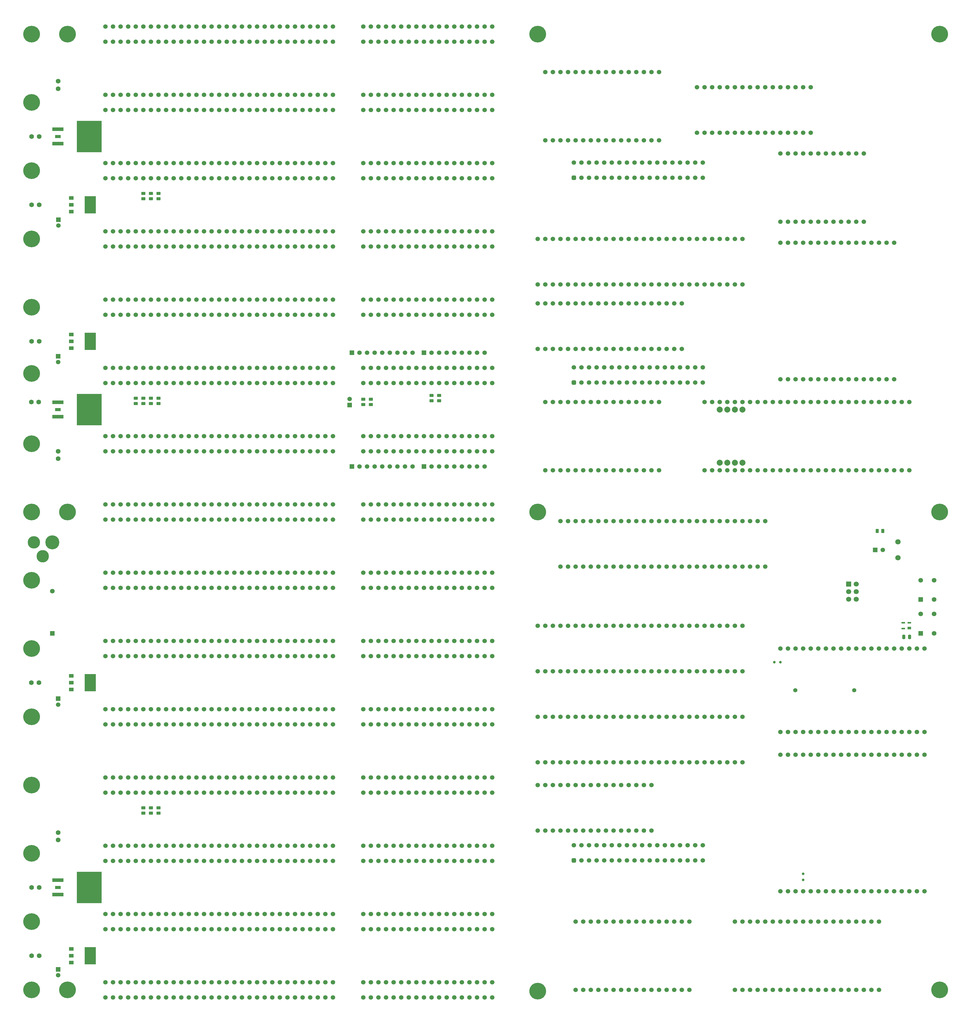
<source format=gts>
%TF.GenerationSoftware,KiCad,Pcbnew,9.0.7-9.0.7~ubuntu24.04.1*%
%TF.CreationDate,2026-02-19T16:49:36+02:00*%
%TF.ProjectId,Mainboard Full,4d61696e-626f-4617-9264-2046756c6c2e,V0*%
%TF.SameCoordinates,Original*%
%TF.FileFunction,Soldermask,Top*%
%TF.FilePolarity,Negative*%
%FSLAX46Y46*%
G04 Gerber Fmt 4.6, Leading zero omitted, Abs format (unit mm)*
G04 Created by KiCad (PCBNEW 9.0.7-9.0.7~ubuntu24.04.1) date 2026-02-19 16:49:36*
%MOMM*%
%LPD*%
G01*
G04 APERTURE LIST*
G04 Aperture macros list*
%AMRoundRect*
0 Rectangle with rounded corners*
0 $1 Rounding radius*
0 $2 $3 $4 $5 $6 $7 $8 $9 X,Y pos of 4 corners*
0 Add a 4 corners polygon primitive as box body*
4,1,4,$2,$3,$4,$5,$6,$7,$8,$9,$2,$3,0*
0 Add four circle primitives for the rounded corners*
1,1,$1+$1,$2,$3*
1,1,$1+$1,$4,$5*
1,1,$1+$1,$6,$7*
1,1,$1+$1,$8,$9*
0 Add four rect primitives between the rounded corners*
20,1,$1+$1,$2,$3,$4,$5,0*
20,1,$1+$1,$4,$5,$6,$7,0*
20,1,$1+$1,$6,$7,$8,$9,0*
20,1,$1+$1,$8,$9,$2,$3,0*%
G04 Aperture macros list end*
%ADD10R,1.500000X1.500000*%
%ADD11C,1.500000*%
%ADD12R,1.500000X1.200000*%
%ADD13R,3.810000X5.842000*%
%ADD14RoundRect,0.250000X0.450000X-0.262500X0.450000X0.262500X-0.450000X0.262500X-0.450000X-0.262500X0*%
%ADD15C,5.600000*%
%ADD16RoundRect,0.375000X0.375000X0.375000X-0.375000X0.375000X-0.375000X-0.375000X0.375000X-0.375000X0*%
%ADD17RoundRect,0.250000X0.250000X0.475000X-0.250000X0.475000X-0.250000X-0.475000X0.250000X-0.475000X0*%
%ADD18RoundRect,0.250000X0.262500X0.450000X-0.262500X0.450000X-0.262500X-0.450000X0.262500X-0.450000X0*%
%ADD19R,1.575000X1.575000*%
%ADD20C,1.575000*%
%ADD21C,4.700000*%
%ADD22C,4.150000*%
%ADD23C,1.600000*%
%ADD24C,0.900000*%
%ADD25R,3.750000X1.287000*%
%ADD26R,1.890000X1.033000*%
%ADD27R,8.300000X10.500000*%
%ADD28C,2.000000*%
%ADD29R,1.310000X0.940000*%
%ADD30R,1.310000X0.550000*%
%ADD31C,1.400000*%
%ADD32C,1.800000*%
%ADD33R,1.700000X1.700000*%
%ADD34C,1.700000*%
G04 APERTURE END LIST*
D10*
%TO.C,C1*%
X81788000Y-126746000D03*
D11*
X81788000Y-124746000D03*
%TD*%
D12*
%TO.C,IC6*%
X-11455000Y-57390000D03*
X-11455000Y-59690000D03*
X-11455000Y-61990000D03*
D13*
X-5080000Y-59690000D03*
%TD*%
D14*
%TO.C,R6*%
X17780000Y-126285000D03*
X17780000Y-124460000D03*
%TD*%
D15*
%TO.C,H21*%
X144780000Y-322997100D03*
%TD*%
%TO.C,H6*%
X-24765000Y-139700000D03*
%TD*%
D11*
%TO.C,MPU1 DEV17*%
X0Y-22860000D03*
X2540000Y-22860000D03*
X5080000Y-22860000D03*
X7620000Y-22860000D03*
X10160000Y-22860000D03*
X12700000Y-22860000D03*
X15240000Y-22860000D03*
X17780000Y-22860000D03*
X20320000Y-22860000D03*
X22860000Y-22860000D03*
X25400000Y-22860000D03*
X27940000Y-22860000D03*
X30480000Y-22860000D03*
X33020000Y-22860000D03*
X35560000Y-22860000D03*
X38100000Y-22860000D03*
X40640000Y-22860000D03*
X43180000Y-22860000D03*
X45720000Y-22860000D03*
X48260000Y-22860000D03*
X50800000Y-22860000D03*
X53340000Y-22860000D03*
X55880000Y-22860000D03*
X58420000Y-22860000D03*
X60960000Y-22860000D03*
X63500000Y-22860000D03*
X66040000Y-22860000D03*
X68580000Y-22860000D03*
X71120000Y-22860000D03*
X73660000Y-22860000D03*
X76200000Y-22860000D03*
X0Y-27940000D03*
X2540000Y-27940000D03*
X5080000Y-27940000D03*
X7620000Y-27940000D03*
X10160000Y-27940000D03*
X12700000Y-27940000D03*
X15240000Y-27940000D03*
X17780000Y-27940000D03*
X20320000Y-27940000D03*
X22860000Y-27940000D03*
X25400000Y-27940000D03*
X27940000Y-27940000D03*
X30480000Y-27940000D03*
X33020000Y-27940000D03*
X35560000Y-27940000D03*
X38100000Y-27940000D03*
X40640000Y-27940000D03*
X43180000Y-27940000D03*
X45720000Y-27940000D03*
X48260000Y-27940000D03*
X50800000Y-27940000D03*
X53340000Y-27940000D03*
X55880000Y-27940000D03*
X58420000Y-27940000D03*
X60960000Y-27940000D03*
X63500000Y-27940000D03*
X66040000Y-27940000D03*
X68580000Y-27940000D03*
X71120000Y-27940000D03*
X73660000Y-27940000D03*
X76200000Y-27940000D03*
X86360000Y-22860000D03*
X88900000Y-22860000D03*
X91440000Y-22860000D03*
X93980000Y-22860000D03*
X96520000Y-22860000D03*
X99060000Y-22860000D03*
X101600000Y-22860000D03*
X104140000Y-22860000D03*
X106680000Y-22860000D03*
X109220000Y-22860000D03*
X111760000Y-22860000D03*
X114300000Y-22860000D03*
X116840000Y-22860000D03*
X119380000Y-22860000D03*
X121920000Y-22860000D03*
X124460000Y-22860000D03*
X127000000Y-22860000D03*
X129540000Y-22860000D03*
X86360000Y-27940000D03*
X88900000Y-27940000D03*
X91440000Y-27940000D03*
X93980000Y-27940000D03*
X96520000Y-27940000D03*
X99060000Y-27940000D03*
X101600000Y-27940000D03*
X104140000Y-27940000D03*
X106680000Y-27940000D03*
X109220000Y-27940000D03*
X111760000Y-27940000D03*
X114300000Y-27940000D03*
X116840000Y-27940000D03*
X119380000Y-27940000D03*
X121920000Y-27940000D03*
X124460000Y-27940000D03*
X127000000Y-27940000D03*
X129540000Y-27940000D03*
%TD*%
D15*
%TO.C,H20*%
X279400000Y-162560000D03*
%TD*%
%TO.C,H16*%
X-24765000Y-299720000D03*
%TD*%
D16*
%TO.C,MPD0*%
X156845000Y-119253000D03*
D11*
X156845000Y-114173000D03*
X159385000Y-119253000D03*
X159385000Y-114173000D03*
X161925000Y-119253000D03*
X161925000Y-114173000D03*
X164465000Y-119253000D03*
X164465000Y-114173000D03*
X167005000Y-119253000D03*
X167005000Y-114173000D03*
X169545000Y-119253000D03*
X169545000Y-114173000D03*
X172085000Y-119253000D03*
X172085000Y-114173000D03*
X174625000Y-119253000D03*
X174625000Y-114173000D03*
X177165000Y-119253000D03*
X177165000Y-114173000D03*
X179705000Y-119253000D03*
X179705000Y-114173000D03*
X182245000Y-119253000D03*
X182245000Y-114173000D03*
X184785000Y-119253000D03*
X184785000Y-114173000D03*
X187325000Y-119253000D03*
X187325000Y-114173000D03*
X189865000Y-119253000D03*
X189865000Y-114173000D03*
X192405000Y-119253000D03*
X192405000Y-114173000D03*
X194945000Y-119253000D03*
X194945000Y-114173000D03*
X197485000Y-119253000D03*
X197485000Y-114173000D03*
X200025000Y-119253000D03*
X200025000Y-114173000D03*
%TD*%
D15*
%TO.C,H18*%
X144780000Y-162560000D03*
%TD*%
D11*
%TO.C,MPU1 DEV16*%
X0Y0D03*
X2540000Y0D03*
X5080000Y0D03*
X7620000Y0D03*
X10160000Y0D03*
X12700000Y0D03*
X15240000Y0D03*
X17780000Y0D03*
X20320000Y0D03*
X22860000Y0D03*
X25400000Y0D03*
X27940000Y0D03*
X30480000Y0D03*
X33020000Y0D03*
X35560000Y0D03*
X38100000Y0D03*
X40640000Y0D03*
X43180000Y0D03*
X45720000Y0D03*
X48260000Y0D03*
X50800000Y0D03*
X53340000Y0D03*
X55880000Y0D03*
X58420000Y0D03*
X60960000Y0D03*
X63500000Y0D03*
X66040000Y0D03*
X68580000Y0D03*
X71120000Y0D03*
X73660000Y0D03*
X76200000Y0D03*
X0Y-5080000D03*
X2540000Y-5080000D03*
X5080000Y-5080000D03*
X7620000Y-5080000D03*
X10160000Y-5080000D03*
X12700000Y-5080000D03*
X15240000Y-5080000D03*
X17780000Y-5080000D03*
X20320000Y-5080000D03*
X22860000Y-5080000D03*
X25400000Y-5080000D03*
X27940000Y-5080000D03*
X30480000Y-5080000D03*
X33020000Y-5080000D03*
X35560000Y-5080000D03*
X38100000Y-5080000D03*
X40640000Y-5080000D03*
X43180000Y-5080000D03*
X45720000Y-5080000D03*
X48260000Y-5080000D03*
X50800000Y-5080000D03*
X53340000Y-5080000D03*
X55880000Y-5080000D03*
X58420000Y-5080000D03*
X60960000Y-5080000D03*
X63500000Y-5080000D03*
X66040000Y-5080000D03*
X68580000Y-5080000D03*
X71120000Y-5080000D03*
X73660000Y-5080000D03*
X76200000Y-5080000D03*
X86360000Y0D03*
X88900000Y0D03*
X91440000Y0D03*
X93980000Y0D03*
X96520000Y0D03*
X99060000Y0D03*
X101600000Y0D03*
X104140000Y0D03*
X106680000Y0D03*
X109220000Y0D03*
X111760000Y0D03*
X114300000Y0D03*
X116840000Y0D03*
X119380000Y0D03*
X121920000Y0D03*
X124460000Y0D03*
X127000000Y0D03*
X129540000Y0D03*
X86360000Y-5080000D03*
X88900000Y-5080000D03*
X91440000Y-5080000D03*
X93980000Y-5080000D03*
X96520000Y-5080000D03*
X99060000Y-5080000D03*
X101600000Y-5080000D03*
X104140000Y-5080000D03*
X106680000Y-5080000D03*
X109220000Y-5080000D03*
X111760000Y-5080000D03*
X114300000Y-5080000D03*
X116840000Y-5080000D03*
X119380000Y-5080000D03*
X121920000Y-5080000D03*
X124460000Y-5080000D03*
X127000000Y-5080000D03*
X129540000Y-5080000D03*
%TD*%
%TO.C,B14*%
X198120000Y-35560000D03*
X200660000Y-35560000D03*
X203200000Y-35560000D03*
X205740000Y-35560000D03*
X208280000Y-35560000D03*
X210820000Y-35560000D03*
X213360000Y-35560000D03*
X215900000Y-35560000D03*
X218440000Y-35560000D03*
X220980000Y-35560000D03*
X223520000Y-35560000D03*
X226060000Y-35560000D03*
X228600000Y-35560000D03*
X231140000Y-35560000D03*
X233680000Y-35560000D03*
X236220000Y-35560000D03*
X236220000Y-20320000D03*
X233680000Y-20320000D03*
X231140000Y-20320000D03*
X228600000Y-20320000D03*
X226060000Y-20320000D03*
X223520000Y-20320000D03*
X220980000Y-20320000D03*
X218440000Y-20320000D03*
X215900000Y-20320000D03*
X213360000Y-20320000D03*
X210820000Y-20320000D03*
X208280000Y-20320000D03*
X205740000Y-20320000D03*
X203200000Y-20320000D03*
X200660000Y-20320000D03*
X198120000Y-20320000D03*
%TD*%
D17*
%TO.C,C16*%
X269295500Y-204395000D03*
X267395500Y-204395000D03*
%TD*%
D11*
%TO.C,MPU2 DEV16*%
X0Y-297180000D03*
X2540000Y-297180000D03*
X5080000Y-297180000D03*
X7620000Y-297180000D03*
X10160000Y-297180000D03*
X12700000Y-297180000D03*
X15240000Y-297180000D03*
X17780000Y-297180000D03*
X20320000Y-297180000D03*
X22860000Y-297180000D03*
X25400000Y-297180000D03*
X27940000Y-297180000D03*
X30480000Y-297180000D03*
X33020000Y-297180000D03*
X35560000Y-297180000D03*
X38100000Y-297180000D03*
X40640000Y-297180000D03*
X43180000Y-297180000D03*
X45720000Y-297180000D03*
X48260000Y-297180000D03*
X50800000Y-297180000D03*
X53340000Y-297180000D03*
X55880000Y-297180000D03*
X58420000Y-297180000D03*
X60960000Y-297180000D03*
X63500000Y-297180000D03*
X66040000Y-297180000D03*
X68580000Y-297180000D03*
X71120000Y-297180000D03*
X73660000Y-297180000D03*
X76200000Y-297180000D03*
X0Y-302260000D03*
X2540000Y-302260000D03*
X5080000Y-302260000D03*
X7620000Y-302260000D03*
X10160000Y-302260000D03*
X12700000Y-302260000D03*
X15240000Y-302260000D03*
X17780000Y-302260000D03*
X20320000Y-302260000D03*
X22860000Y-302260000D03*
X25400000Y-302260000D03*
X27940000Y-302260000D03*
X30480000Y-302260000D03*
X33020000Y-302260000D03*
X35560000Y-302260000D03*
X38100000Y-302260000D03*
X40640000Y-302260000D03*
X43180000Y-302260000D03*
X45720000Y-302260000D03*
X48260000Y-302260000D03*
X50800000Y-302260000D03*
X53340000Y-302260000D03*
X55880000Y-302260000D03*
X58420000Y-302260000D03*
X60960000Y-302260000D03*
X63500000Y-302260000D03*
X66040000Y-302260000D03*
X68580000Y-302260000D03*
X71120000Y-302260000D03*
X73660000Y-302260000D03*
X76200000Y-302260000D03*
X86360000Y-297180000D03*
X88900000Y-297180000D03*
X91440000Y-297180000D03*
X93980000Y-297180000D03*
X96520000Y-297180000D03*
X99060000Y-297180000D03*
X101600000Y-297180000D03*
X104140000Y-297180000D03*
X106680000Y-297180000D03*
X109220000Y-297180000D03*
X111760000Y-297180000D03*
X114300000Y-297180000D03*
X116840000Y-297180000D03*
X119380000Y-297180000D03*
X121920000Y-297180000D03*
X124460000Y-297180000D03*
X127000000Y-297180000D03*
X129540000Y-297180000D03*
X86360000Y-302260000D03*
X88900000Y-302260000D03*
X91440000Y-302260000D03*
X93980000Y-302260000D03*
X96520000Y-302260000D03*
X99060000Y-302260000D03*
X101600000Y-302260000D03*
X104140000Y-302260000D03*
X106680000Y-302260000D03*
X109220000Y-302260000D03*
X111760000Y-302260000D03*
X114300000Y-302260000D03*
X116840000Y-302260000D03*
X119380000Y-302260000D03*
X121920000Y-302260000D03*
X124460000Y-302260000D03*
X127000000Y-302260000D03*
X129540000Y-302260000D03*
%TD*%
D18*
%TO.C,R21*%
X260304000Y-168910000D03*
X258479000Y-168910000D03*
%TD*%
D15*
%TO.C,H15*%
X-24765000Y-231140000D03*
%TD*%
%TO.C,H17*%
X-24765000Y-185420000D03*
%TD*%
D19*
%TO.C,D1*%
X-17780000Y-203200000D03*
D20*
X-17780000Y-189099999D03*
%TD*%
D14*
%TO.C,R19*%
X15240000Y-263445000D03*
X15240000Y-261620000D03*
%TD*%
D12*
%TO.C,IC10*%
X-11455000Y-308850000D03*
X-11455000Y-311150000D03*
X-11455000Y-313450000D03*
D13*
X-5080000Y-311150000D03*
%TD*%
D11*
%TO.C,MPU0 DEV18*%
X0Y-182880000D03*
X2540000Y-182880000D03*
X5080000Y-182880000D03*
X7620000Y-182880000D03*
X10160000Y-182880000D03*
X12700000Y-182880000D03*
X15240000Y-182880000D03*
X17780000Y-182880000D03*
X20320000Y-182880000D03*
X22860000Y-182880000D03*
X25400000Y-182880000D03*
X27940000Y-182880000D03*
X30480000Y-182880000D03*
X33020000Y-182880000D03*
X35560000Y-182880000D03*
X38100000Y-182880000D03*
X40640000Y-182880000D03*
X43180000Y-182880000D03*
X45720000Y-182880000D03*
X48260000Y-182880000D03*
X50800000Y-182880000D03*
X53340000Y-182880000D03*
X55880000Y-182880000D03*
X58420000Y-182880000D03*
X60960000Y-182880000D03*
X63500000Y-182880000D03*
X66040000Y-182880000D03*
X68580000Y-182880000D03*
X71120000Y-182880000D03*
X73660000Y-182880000D03*
X76200000Y-182880000D03*
X0Y-187960000D03*
X2540000Y-187960000D03*
X5080000Y-187960000D03*
X7620000Y-187960000D03*
X10160000Y-187960000D03*
X12700000Y-187960000D03*
X15240000Y-187960000D03*
X17780000Y-187960000D03*
X20320000Y-187960000D03*
X22860000Y-187960000D03*
X25400000Y-187960000D03*
X27940000Y-187960000D03*
X30480000Y-187960000D03*
X33020000Y-187960000D03*
X35560000Y-187960000D03*
X38100000Y-187960000D03*
X40640000Y-187960000D03*
X43180000Y-187960000D03*
X45720000Y-187960000D03*
X48260000Y-187960000D03*
X50800000Y-187960000D03*
X53340000Y-187960000D03*
X55880000Y-187960000D03*
X58420000Y-187960000D03*
X60960000Y-187960000D03*
X63500000Y-187960000D03*
X66040000Y-187960000D03*
X68580000Y-187960000D03*
X71120000Y-187960000D03*
X73660000Y-187960000D03*
X76200000Y-187960000D03*
X86360000Y-182880000D03*
X88900000Y-182880000D03*
X91440000Y-182880000D03*
X93980000Y-182880000D03*
X96520000Y-182880000D03*
X99060000Y-182880000D03*
X101600000Y-182880000D03*
X104140000Y-182880000D03*
X106680000Y-182880000D03*
X109220000Y-182880000D03*
X111760000Y-182880000D03*
X114300000Y-182880000D03*
X116840000Y-182880000D03*
X119380000Y-182880000D03*
X121920000Y-182880000D03*
X124460000Y-182880000D03*
X127000000Y-182880000D03*
X129540000Y-182880000D03*
X86360000Y-187960000D03*
X88900000Y-187960000D03*
X91440000Y-187960000D03*
X93980000Y-187960000D03*
X96520000Y-187960000D03*
X99060000Y-187960000D03*
X101600000Y-187960000D03*
X104140000Y-187960000D03*
X106680000Y-187960000D03*
X109220000Y-187960000D03*
X111760000Y-187960000D03*
X114300000Y-187960000D03*
X116840000Y-187960000D03*
X119380000Y-187960000D03*
X121920000Y-187960000D03*
X124460000Y-187960000D03*
X127000000Y-187960000D03*
X129540000Y-187960000D03*
%TD*%
%TO.C,B11*%
X157480000Y-322580000D03*
X160020000Y-322580000D03*
X162560000Y-322580000D03*
X165100000Y-322580000D03*
X167640000Y-322580000D03*
X170180000Y-322580000D03*
X172720000Y-322580000D03*
X175260000Y-322580000D03*
X177800000Y-322580000D03*
X180340000Y-322580000D03*
X182880000Y-322580000D03*
X185420000Y-322580000D03*
X187960000Y-322580000D03*
X190500000Y-322580000D03*
X193040000Y-322580000D03*
X195580000Y-322580000D03*
X195580000Y-299720000D03*
X193040000Y-299720000D03*
X190500000Y-299720000D03*
X187960000Y-299720000D03*
X185420000Y-299720000D03*
X182880000Y-299720000D03*
X180340000Y-299720000D03*
X177800000Y-299720000D03*
X175260000Y-299720000D03*
X172720000Y-299720000D03*
X170180000Y-299720000D03*
X167640000Y-299720000D03*
X165100000Y-299720000D03*
X162560000Y-299720000D03*
X160020000Y-299720000D03*
X157480000Y-299720000D03*
%TD*%
D14*
%TO.C,R13*%
X12700000Y-57705000D03*
X12700000Y-55880000D03*
%TD*%
D19*
%TO.C,S3*%
X273004000Y-203200000D03*
D20*
X273004000Y-196700000D03*
X277504000Y-203200000D03*
X277504000Y-196700000D03*
%TD*%
D14*
%TO.C,R14*%
X15240000Y-57705000D03*
X15240000Y-55880000D03*
%TD*%
%TO.C,R9*%
X86350000Y-126642500D03*
X86350000Y-124817500D03*
%TD*%
D21*
%TO.C,J3*%
X-17780000Y-172720000D03*
D22*
X-20980000Y-177420000D03*
X-23980000Y-172720000D03*
%TD*%
D11*
%TO.C,B1*%
X144780000Y-86360000D03*
X147320000Y-86360000D03*
X149860000Y-86360000D03*
X152400000Y-86360000D03*
X154940000Y-86360000D03*
X157480000Y-86360000D03*
X160020000Y-86360000D03*
X162560000Y-86360000D03*
X165100000Y-86360000D03*
X167640000Y-86360000D03*
X170180000Y-86360000D03*
X172720000Y-86360000D03*
X175260000Y-86360000D03*
X177800000Y-86360000D03*
X180340000Y-86360000D03*
X182880000Y-86360000D03*
X185420000Y-86360000D03*
X187960000Y-86360000D03*
X190500000Y-86360000D03*
X193040000Y-86360000D03*
X195580000Y-86360000D03*
X198120000Y-86360000D03*
X200660000Y-86360000D03*
X203200000Y-86360000D03*
X205740000Y-86360000D03*
X208280000Y-86360000D03*
X210820000Y-86360000D03*
X213360000Y-86360000D03*
X213360000Y-71120000D03*
X210820000Y-71120000D03*
X208280000Y-71120000D03*
X205740000Y-71120000D03*
X203200000Y-71120000D03*
X200660000Y-71120000D03*
X198120000Y-71120000D03*
X195580000Y-71120000D03*
X193040000Y-71120000D03*
X190500000Y-71120000D03*
X187960000Y-71120000D03*
X185420000Y-71120000D03*
X182880000Y-71120000D03*
X180340000Y-71120000D03*
X177800000Y-71120000D03*
X175260000Y-71120000D03*
X172720000Y-71120000D03*
X170180000Y-71120000D03*
X167640000Y-71120000D03*
X165100000Y-71120000D03*
X162560000Y-71120000D03*
X160020000Y-71120000D03*
X157480000Y-71120000D03*
X154940000Y-71120000D03*
X152400000Y-71120000D03*
X149860000Y-71120000D03*
X147320000Y-71120000D03*
X144780000Y-71120000D03*
%TD*%
D16*
%TO.C,MPD2*%
X156845000Y-279273000D03*
D11*
X156845000Y-274193000D03*
X159385000Y-279273000D03*
X159385000Y-274193000D03*
X161925000Y-279273000D03*
X161925000Y-274193000D03*
X164465000Y-279273000D03*
X164465000Y-274193000D03*
X167005000Y-279273000D03*
X167005000Y-274193000D03*
X169545000Y-279273000D03*
X169545000Y-274193000D03*
X172085000Y-279273000D03*
X172085000Y-274193000D03*
X174625000Y-279273000D03*
X174625000Y-274193000D03*
X177165000Y-279273000D03*
X177165000Y-274193000D03*
X179705000Y-279273000D03*
X179705000Y-274193000D03*
X182245000Y-279273000D03*
X182245000Y-274193000D03*
X184785000Y-279273000D03*
X184785000Y-274193000D03*
X187325000Y-279273000D03*
X187325000Y-274193000D03*
X189865000Y-279273000D03*
X189865000Y-274193000D03*
X192405000Y-279273000D03*
X192405000Y-274193000D03*
X194945000Y-279273000D03*
X194945000Y-274193000D03*
X197485000Y-279273000D03*
X197485000Y-274193000D03*
X200025000Y-279273000D03*
X200025000Y-274193000D03*
%TD*%
%TO.C,B3*%
X144780000Y-246380000D03*
X147320000Y-246380000D03*
X149860000Y-246380000D03*
X152400000Y-246380000D03*
X154940000Y-246380000D03*
X157480000Y-246380000D03*
X160020000Y-246380000D03*
X162560000Y-246380000D03*
X165100000Y-246380000D03*
X167640000Y-246380000D03*
X170180000Y-246380000D03*
X172720000Y-246380000D03*
X175260000Y-246380000D03*
X177800000Y-246380000D03*
X180340000Y-246380000D03*
X182880000Y-246380000D03*
X185420000Y-246380000D03*
X187960000Y-246380000D03*
X190500000Y-246380000D03*
X193040000Y-246380000D03*
X195580000Y-246380000D03*
X198120000Y-246380000D03*
X200660000Y-246380000D03*
X203200000Y-246380000D03*
X205740000Y-246380000D03*
X208280000Y-246380000D03*
X210820000Y-246380000D03*
X213360000Y-246380000D03*
X213360000Y-231140000D03*
X210820000Y-231140000D03*
X208280000Y-231140000D03*
X205740000Y-231140000D03*
X203200000Y-231140000D03*
X200660000Y-231140000D03*
X198120000Y-231140000D03*
X195580000Y-231140000D03*
X193040000Y-231140000D03*
X190500000Y-231140000D03*
X187960000Y-231140000D03*
X185420000Y-231140000D03*
X182880000Y-231140000D03*
X180340000Y-231140000D03*
X177800000Y-231140000D03*
X175260000Y-231140000D03*
X172720000Y-231140000D03*
X170180000Y-231140000D03*
X167640000Y-231140000D03*
X165100000Y-231140000D03*
X162560000Y-231140000D03*
X160020000Y-231140000D03*
X157480000Y-231140000D03*
X154940000Y-231140000D03*
X152400000Y-231140000D03*
X149860000Y-231140000D03*
X147320000Y-231140000D03*
X144780000Y-231140000D03*
%TD*%
D16*
%TO.C,MPD1*%
X156845000Y-50673000D03*
D11*
X156845000Y-45593000D03*
X159385000Y-50673000D03*
X159385000Y-45593000D03*
X161925000Y-50673000D03*
X161925000Y-45593000D03*
X164465000Y-50673000D03*
X164465000Y-45593000D03*
X167005000Y-50673000D03*
X167005000Y-45593000D03*
X169545000Y-50673000D03*
X169545000Y-45593000D03*
X172085000Y-50673000D03*
X172085000Y-45593000D03*
X174625000Y-50673000D03*
X174625000Y-45593000D03*
X177165000Y-50673000D03*
X177165000Y-45593000D03*
X179705000Y-50673000D03*
X179705000Y-45593000D03*
X182245000Y-50673000D03*
X182245000Y-45593000D03*
X184785000Y-50673000D03*
X184785000Y-45593000D03*
X187325000Y-50673000D03*
X187325000Y-45593000D03*
X189865000Y-50673000D03*
X189865000Y-45593000D03*
X192405000Y-50673000D03*
X192405000Y-45593000D03*
X194945000Y-50673000D03*
X194945000Y-45593000D03*
X197485000Y-50673000D03*
X197485000Y-45593000D03*
X200025000Y-50673000D03*
X200025000Y-45593000D03*
%TD*%
D23*
%TO.C,C6*%
X-15875000Y-20828000D03*
X-15875000Y-18328000D03*
%TD*%
D11*
%TO.C,MPU1*%
X0Y-45720000D03*
X2540000Y-45720000D03*
X5080000Y-45720000D03*
X7620000Y-45720000D03*
X10160000Y-45720000D03*
X12700000Y-45720000D03*
X15240000Y-45720000D03*
X17780000Y-45720000D03*
X20320000Y-45720000D03*
X22860000Y-45720000D03*
X25400000Y-45720000D03*
X27940000Y-45720000D03*
X30480000Y-45720000D03*
X33020000Y-45720000D03*
X35560000Y-45720000D03*
X38100000Y-45720000D03*
X40640000Y-45720000D03*
X43180000Y-45720000D03*
X45720000Y-45720000D03*
X48260000Y-45720000D03*
X50800000Y-45720000D03*
X53340000Y-45720000D03*
X55880000Y-45720000D03*
X58420000Y-45720000D03*
X60960000Y-45720000D03*
X63500000Y-45720000D03*
X66040000Y-45720000D03*
X68580000Y-45720000D03*
X71120000Y-45720000D03*
X73660000Y-45720000D03*
X76200000Y-45720000D03*
X0Y-50800000D03*
X2540000Y-50800000D03*
X5080000Y-50800000D03*
X7620000Y-50800000D03*
X10160000Y-50800000D03*
X12700000Y-50800000D03*
X15240000Y-50800000D03*
X17780000Y-50800000D03*
X20320000Y-50800000D03*
X22860000Y-50800000D03*
X25400000Y-50800000D03*
X27940000Y-50800000D03*
X30480000Y-50800000D03*
X33020000Y-50800000D03*
X35560000Y-50800000D03*
X38100000Y-50800000D03*
X40640000Y-50800000D03*
X43180000Y-50800000D03*
X45720000Y-50800000D03*
X48260000Y-50800000D03*
X50800000Y-50800000D03*
X53340000Y-50800000D03*
X55880000Y-50800000D03*
X58420000Y-50800000D03*
X60960000Y-50800000D03*
X63500000Y-50800000D03*
X66040000Y-50800000D03*
X68580000Y-50800000D03*
X71120000Y-50800000D03*
X73660000Y-50800000D03*
X76200000Y-50800000D03*
X86360000Y-45720000D03*
X88900000Y-45720000D03*
X91440000Y-45720000D03*
X93980000Y-45720000D03*
X96520000Y-45720000D03*
X99060000Y-45720000D03*
X101600000Y-45720000D03*
X104140000Y-45720000D03*
X106680000Y-45720000D03*
X109220000Y-45720000D03*
X111760000Y-45720000D03*
X114300000Y-45720000D03*
X116840000Y-45720000D03*
X119380000Y-45720000D03*
X121920000Y-45720000D03*
X124460000Y-45720000D03*
X127000000Y-45720000D03*
X129540000Y-45720000D03*
X86360000Y-50800000D03*
X88900000Y-50800000D03*
X91440000Y-50800000D03*
X93980000Y-50800000D03*
X96520000Y-50800000D03*
X99060000Y-50800000D03*
X101600000Y-50800000D03*
X104140000Y-50800000D03*
X106680000Y-50800000D03*
X109220000Y-50800000D03*
X111760000Y-50800000D03*
X114300000Y-50800000D03*
X116840000Y-50800000D03*
X119380000Y-50800000D03*
X121920000Y-50800000D03*
X124460000Y-50800000D03*
X127000000Y-50800000D03*
X129540000Y-50800000D03*
%TD*%
%TO.C,B15*%
X144780000Y-269240000D03*
X147320000Y-269240000D03*
X149860000Y-269240000D03*
X152400000Y-269240000D03*
X154940000Y-269240000D03*
X157480000Y-269240000D03*
X160020000Y-269240000D03*
X162560000Y-269240000D03*
X165100000Y-269240000D03*
X167640000Y-269240000D03*
X170180000Y-269240000D03*
X172720000Y-269240000D03*
X175260000Y-269240000D03*
X177800000Y-269240000D03*
X180340000Y-269240000D03*
X182880000Y-269240000D03*
X182880000Y-254000000D03*
X180340000Y-254000000D03*
X177800000Y-254000000D03*
X175260000Y-254000000D03*
X172720000Y-254000000D03*
X170180000Y-254000000D03*
X167640000Y-254000000D03*
X165100000Y-254000000D03*
X162560000Y-254000000D03*
X160020000Y-254000000D03*
X157480000Y-254000000D03*
X154940000Y-254000000D03*
X152400000Y-254000000D03*
X149860000Y-254000000D03*
X147320000Y-254000000D03*
X144780000Y-254000000D03*
%TD*%
D24*
%TO.C,B6*%
X233655000Y-285775400D03*
X233655000Y-283775400D03*
D11*
X226060000Y-289560000D03*
X228600000Y-289560000D03*
X231140000Y-289560000D03*
X233680000Y-289560000D03*
X236220000Y-289560000D03*
X238760000Y-289560000D03*
X241300000Y-289560000D03*
X243840000Y-289560000D03*
X246380000Y-289560000D03*
X248920000Y-289560000D03*
X251460000Y-289560000D03*
X254000000Y-289560000D03*
X256540000Y-289560000D03*
X259080000Y-289560000D03*
X261620000Y-289560000D03*
X264160000Y-289560000D03*
X266700000Y-289560000D03*
X269240000Y-289560000D03*
X271780000Y-289560000D03*
X274320000Y-289560000D03*
X274320000Y-243840000D03*
X271780000Y-243840000D03*
X269240000Y-243840000D03*
X266700000Y-243840000D03*
X264160000Y-243840000D03*
X261620000Y-243840000D03*
X259080000Y-243840000D03*
X256540000Y-243840000D03*
X254000000Y-243840000D03*
X251460000Y-243840000D03*
X248920000Y-243840000D03*
X246380000Y-243840000D03*
X243840000Y-243840000D03*
X241300000Y-243840000D03*
X238760000Y-243840000D03*
X236220000Y-243840000D03*
X233680000Y-243840000D03*
X231140000Y-243840000D03*
X228600000Y-243840000D03*
X226060000Y-243840000D03*
%TD*%
D10*
%TO.C,RN1*%
X82550000Y-147320000D03*
D11*
X85090000Y-147320000D03*
X87630000Y-147320000D03*
X90170000Y-147320000D03*
X92710000Y-147320000D03*
X95250000Y-147320000D03*
X97790000Y-147320000D03*
X100330000Y-147320000D03*
X102870000Y-147320000D03*
%TD*%
D10*
%TO.C,C8*%
X-15875000Y-110395000D03*
D11*
X-15875000Y-112395000D03*
%TD*%
D15*
%TO.C,H1*%
X279400000Y-2540000D03*
%TD*%
D23*
%TO.C,C9*%
X-22225000Y-105410000D03*
X-24725000Y-105410000D03*
%TD*%
D10*
%TO.C,C13*%
X-15875000Y-315722000D03*
D11*
X-15875000Y-317722000D03*
%TD*%
D14*
%TO.C,R2*%
X10180000Y-126285000D03*
X10180000Y-124460000D03*
%TD*%
D15*
%TO.C,H2*%
X-24765000Y-2540000D03*
%TD*%
D23*
%TO.C,C2*%
X-22352000Y-125730000D03*
X-24852000Y-125730000D03*
%TD*%
D11*
%TO.C,MPU0 DEV5*%
X0Y-205740001D03*
X2540000Y-205740000D03*
X5080000Y-205740000D03*
X7620000Y-205740000D03*
X10159999Y-205740000D03*
X12700001Y-205740000D03*
X15240000Y-205740000D03*
X17780000Y-205740000D03*
X20320000Y-205740000D03*
X22860000Y-205740001D03*
X25400000Y-205740000D03*
X27940000Y-205740000D03*
X30480000Y-205740000D03*
X33019999Y-205740000D03*
X35560001Y-205740000D03*
X38100000Y-205740000D03*
X40640000Y-205740000D03*
X43180000Y-205740000D03*
X45720000Y-205740001D03*
X48260000Y-205740000D03*
X50800000Y-205740000D03*
X53340000Y-205740000D03*
X55879999Y-205740000D03*
X58420000Y-205740000D03*
X60960000Y-205740000D03*
X63500000Y-205740000D03*
X66040000Y-205740000D03*
X68580001Y-205740000D03*
X71120000Y-205740000D03*
X73660000Y-205740000D03*
X76200000Y-205740000D03*
X0Y-210820000D03*
X2540000Y-210820000D03*
X5079999Y-210820000D03*
X7620000Y-210820000D03*
X10160000Y-210820000D03*
X12700000Y-210820000D03*
X15240000Y-210820000D03*
X17780001Y-210820000D03*
X20320000Y-210820000D03*
X22860000Y-210820000D03*
X25400000Y-210820000D03*
X27939999Y-210820000D03*
X30480000Y-210820000D03*
X33020000Y-210820000D03*
X35560000Y-210820000D03*
X38099999Y-210820000D03*
X40640001Y-210820000D03*
X43180000Y-210820000D03*
X45720000Y-210820000D03*
X48260000Y-210820000D03*
X50799999Y-210820000D03*
X53340000Y-210820000D03*
X55880000Y-210820000D03*
X58420000Y-210820000D03*
X60959999Y-210820000D03*
X63500001Y-210820000D03*
X66040000Y-210820000D03*
X68580000Y-210820000D03*
X71120000Y-210820000D03*
X73660001Y-210820000D03*
X76200000Y-210820000D03*
X86360000Y-205740000D03*
X88900000Y-205740000D03*
X91440001Y-205740000D03*
X93980000Y-205740000D03*
X96520000Y-205740000D03*
X99060000Y-205740000D03*
X101600000Y-205740001D03*
X104140000Y-205740000D03*
X106680000Y-205740000D03*
X109220000Y-205740000D03*
X111759999Y-205740000D03*
X114300001Y-205740000D03*
X116840000Y-205740000D03*
X119380000Y-205740000D03*
X121920000Y-205740000D03*
X124460000Y-205740001D03*
X127000000Y-205740000D03*
X129540000Y-205740000D03*
X86360001Y-210820000D03*
X88900000Y-210820000D03*
X91440000Y-210820000D03*
X93980000Y-210820000D03*
X96520001Y-210820000D03*
X99060000Y-210820000D03*
X101600000Y-210820000D03*
X104140000Y-210820000D03*
X106679999Y-210820000D03*
X109220001Y-210820000D03*
X111760000Y-210820000D03*
X114300000Y-210820000D03*
X116840000Y-210820000D03*
X119380001Y-210820000D03*
X121920000Y-210820000D03*
X124460000Y-210820000D03*
X127000000Y-210820000D03*
X129539999Y-210820000D03*
%TD*%
%TO.C,B16*%
X226060000Y-65405000D03*
X228600000Y-65405000D03*
X231140000Y-65405000D03*
X233680000Y-65405000D03*
X236220000Y-65405000D03*
X238760000Y-65405000D03*
X241300000Y-65405000D03*
X243840000Y-65405000D03*
X246380000Y-65405000D03*
X248920000Y-65405000D03*
X251460000Y-65405000D03*
X254000000Y-65405000D03*
X254000000Y-42545000D03*
X251460000Y-42545000D03*
X248920000Y-42545000D03*
X246380000Y-42545000D03*
X243840000Y-42545000D03*
X241300000Y-42545000D03*
X238760000Y-42545000D03*
X236220000Y-42545000D03*
X233680000Y-42545000D03*
X231140000Y-42545000D03*
X228600000Y-42545000D03*
X226060000Y-42545000D03*
%TD*%
D23*
%TO.C,C3*%
X-22225000Y-311150000D03*
X-24725000Y-311150000D03*
%TD*%
D14*
%TO.C,R4*%
X12720000Y-126285000D03*
X12720000Y-124460000D03*
%TD*%
D11*
%TO.C,MPU0 DEV6*%
X0Y-160020000D03*
X2540000Y-160020000D03*
X5080000Y-160020000D03*
X7620000Y-160020000D03*
X10160000Y-160020000D03*
X12700000Y-160020000D03*
X15240000Y-160020000D03*
X17780000Y-160020000D03*
X20320000Y-160020000D03*
X22860000Y-160020000D03*
X25400000Y-160020000D03*
X27940000Y-160020000D03*
X30480000Y-160020000D03*
X33020000Y-160020000D03*
X35560000Y-160020000D03*
X38100000Y-160020000D03*
X40640000Y-160020000D03*
X43180000Y-160020000D03*
X45720000Y-160020000D03*
X48260000Y-160020000D03*
X50800000Y-160020000D03*
X53340000Y-160020000D03*
X55880000Y-160020000D03*
X58420000Y-160020000D03*
X60960000Y-160020000D03*
X63500000Y-160020000D03*
X66040000Y-160020000D03*
X68580000Y-160020000D03*
X71120000Y-160020000D03*
X73660000Y-160020000D03*
X76200000Y-160020000D03*
X0Y-165100000D03*
X2540000Y-165100000D03*
X5080000Y-165100000D03*
X7620000Y-165100000D03*
X10160000Y-165100000D03*
X12700000Y-165100000D03*
X15240000Y-165100000D03*
X17780000Y-165100000D03*
X20320000Y-165100000D03*
X22860000Y-165100000D03*
X25400000Y-165100000D03*
X27940000Y-165100000D03*
X30480000Y-165100000D03*
X33020000Y-165100000D03*
X35560000Y-165100000D03*
X38100000Y-165100000D03*
X40640000Y-165100000D03*
X43180000Y-165100000D03*
X45720000Y-165100000D03*
X48260000Y-165100000D03*
X50800000Y-165100000D03*
X53340000Y-165100000D03*
X55880000Y-165100000D03*
X58420000Y-165100000D03*
X60960000Y-165100000D03*
X63500000Y-165100000D03*
X66040000Y-165100000D03*
X68580000Y-165100000D03*
X71120000Y-165100000D03*
X73660000Y-165100000D03*
X76200000Y-165100000D03*
X86360000Y-160020000D03*
X88900000Y-160020000D03*
X91440000Y-160020000D03*
X93980000Y-160020000D03*
X96520000Y-160020000D03*
X99060000Y-160020000D03*
X101600000Y-160020000D03*
X104140000Y-160020000D03*
X106680000Y-160020000D03*
X109220000Y-160020000D03*
X111760000Y-160020000D03*
X114300000Y-160020000D03*
X116840000Y-160020000D03*
X119380000Y-160020000D03*
X121920000Y-160020000D03*
X124460000Y-160020000D03*
X127000000Y-160020000D03*
X129540000Y-160020000D03*
X86360000Y-165100000D03*
X88900000Y-165100000D03*
X91440000Y-165100000D03*
X93980000Y-165100000D03*
X96520000Y-165100000D03*
X99060000Y-165100000D03*
X101600000Y-165100000D03*
X104140000Y-165100000D03*
X106680000Y-165100000D03*
X109220000Y-165100000D03*
X111760000Y-165100000D03*
X114300000Y-165100000D03*
X116840000Y-165100000D03*
X119380000Y-165100000D03*
X121920000Y-165100000D03*
X124460000Y-165100000D03*
X127000000Y-165100000D03*
X129540000Y-165100000D03*
%TD*%
D10*
%TO.C,C14*%
X-15748000Y-64675000D03*
D11*
X-15748000Y-66675000D03*
%TD*%
D12*
%TO.C,IC4*%
X-11455000Y-103110000D03*
X-11455000Y-105410000D03*
X-11455000Y-107710000D03*
D13*
X-5080000Y-105410000D03*
%TD*%
D15*
%TO.C,H8*%
X-24765000Y-254000000D03*
%TD*%
D11*
%TO.C,B7*%
X226060000Y-118110000D03*
X228600000Y-118110000D03*
X231140000Y-118110000D03*
X233680000Y-118110000D03*
X236220000Y-118110000D03*
X238760000Y-118110000D03*
X241300000Y-118110000D03*
X243840000Y-118110000D03*
X246380000Y-118110000D03*
X248920000Y-118110000D03*
X251460000Y-118110000D03*
X254000000Y-118110000D03*
X256540000Y-118110000D03*
X259080000Y-118110000D03*
X261620000Y-118110000D03*
X264160000Y-118110000D03*
X264160000Y-72390000D03*
X261620000Y-72390000D03*
X259080000Y-72390000D03*
X256540000Y-72390000D03*
X254000000Y-72390000D03*
X251460000Y-72390000D03*
X248920000Y-72390000D03*
X246380000Y-72390000D03*
X243840000Y-72390000D03*
X241300000Y-72390000D03*
X238760000Y-72390000D03*
X236220000Y-72390000D03*
X233680000Y-72390000D03*
X231140000Y-72390000D03*
X228600000Y-72390000D03*
X226060000Y-72390000D03*
%TD*%
D25*
%TO.C,IC2*%
X-15960999Y-34400000D03*
D26*
X-15911000Y-36829999D03*
D25*
X-15960999Y-39243000D03*
D27*
X-5461000Y-36821500D03*
%TD*%
D23*
%TO.C,C11*%
X-15875000Y-272415000D03*
X-15875000Y-269915000D03*
%TD*%
D14*
%TO.C,R11*%
X88890000Y-126642500D03*
X88890000Y-124817500D03*
%TD*%
D15*
%TO.C,H22*%
X-12700000Y-322580000D03*
%TD*%
D12*
%TO.C,IC3*%
X-11455000Y-217410000D03*
X-11455000Y-219710000D03*
X-11455000Y-222010000D03*
D13*
X-5080000Y-219710000D03*
%TD*%
D15*
%TO.C,H10*%
X-24765000Y-93980000D03*
%TD*%
%TO.C,H9*%
X-24765000Y-25400000D03*
%TD*%
D11*
%TO.C,B9*%
X144780000Y-215900000D03*
X147320000Y-215900000D03*
X149860000Y-215900000D03*
X152400000Y-215900000D03*
X154940000Y-215900000D03*
X157480000Y-215900000D03*
X160020000Y-215900000D03*
X162560000Y-215900000D03*
X165100000Y-215900000D03*
X167640000Y-215900000D03*
X170180000Y-215900000D03*
X172720000Y-215900000D03*
X175260000Y-215900000D03*
X177800000Y-215900000D03*
X180340000Y-215900000D03*
X182880000Y-215900000D03*
X185420000Y-215900000D03*
X187960000Y-215900000D03*
X190500000Y-215900000D03*
X193040000Y-215900000D03*
X195580000Y-215900000D03*
X198120000Y-215900000D03*
X200660000Y-215900000D03*
X203200000Y-215900000D03*
X205740000Y-215900000D03*
X208280000Y-215900000D03*
X210820000Y-215900000D03*
X213360000Y-215900000D03*
X213360000Y-200660000D03*
X210820000Y-200660000D03*
X208280000Y-200660000D03*
X205740000Y-200660000D03*
X203200000Y-200660000D03*
X200660000Y-200660000D03*
X198120000Y-200660000D03*
X195580000Y-200660000D03*
X193040000Y-200660000D03*
X190500000Y-200660000D03*
X187960000Y-200660000D03*
X185420000Y-200660000D03*
X182880000Y-200660000D03*
X180340000Y-200660000D03*
X177800000Y-200660000D03*
X175260000Y-200660000D03*
X172720000Y-200660000D03*
X170180000Y-200660000D03*
X167640000Y-200660000D03*
X165100000Y-200660000D03*
X162560000Y-200660000D03*
X160020000Y-200660000D03*
X157480000Y-200660000D03*
X154940000Y-200660000D03*
X152400000Y-200660000D03*
X149860000Y-200660000D03*
X147320000Y-200660000D03*
X144780000Y-200660000D03*
%TD*%
D15*
%TO.C,H5*%
X-24765000Y-48260000D03*
%TD*%
%TO.C,H7*%
X-24765000Y-208280000D03*
%TD*%
D10*
%TO.C,LED1*%
X257764000Y-175260000D03*
D11*
X260304000Y-175260000D03*
%TD*%
D10*
%TO.C,RN3*%
X106680000Y-109220000D03*
D11*
X109220000Y-109220000D03*
X111760000Y-109220000D03*
X114300000Y-109220000D03*
X116840000Y-109220000D03*
X119380000Y-109220000D03*
X121920000Y-109220000D03*
X124460000Y-109220000D03*
X127000000Y-109220000D03*
%TD*%
D15*
%TO.C,H4*%
X-24765000Y-322580000D03*
%TD*%
%TO.C,H11*%
X-24765000Y-276860000D03*
%TD*%
D25*
%TO.C,IC5*%
X-15960999Y-285868500D03*
D26*
X-15911000Y-288298499D03*
D25*
X-15960999Y-290711500D03*
D27*
X-5461000Y-288290000D03*
%TD*%
D14*
%TO.C,R5*%
X15240000Y-126285000D03*
X15240000Y-124460000D03*
%TD*%
D15*
%TO.C,H3*%
X279400000Y-322580000D03*
%TD*%
D23*
%TO.C,C5*%
X-15875000Y-142240000D03*
X-15875000Y-144740000D03*
%TD*%
D15*
%TO.C,H12*%
X-24765000Y-71120000D03*
%TD*%
D10*
%TO.C,RN2*%
X106680000Y-147320000D03*
D11*
X109220000Y-147320000D03*
X111760000Y-147320000D03*
X114300000Y-147320000D03*
X116840000Y-147320000D03*
X119380000Y-147320000D03*
X121920000Y-147320000D03*
X124460000Y-147320000D03*
X127000000Y-147320000D03*
%TD*%
%TO.C,MPU0 DEV16*%
X0Y-68580000D03*
X2540000Y-68580000D03*
X5080000Y-68580000D03*
X7620000Y-68580000D03*
X10160000Y-68580000D03*
X12700000Y-68580000D03*
X15240000Y-68580000D03*
X17780000Y-68580000D03*
X20320000Y-68580000D03*
X22860000Y-68580000D03*
X25400000Y-68580000D03*
X27940000Y-68580000D03*
X30480000Y-68580000D03*
X33020000Y-68580000D03*
X35560000Y-68580000D03*
X38100000Y-68580000D03*
X40640000Y-68580000D03*
X43180000Y-68580000D03*
X45720000Y-68580000D03*
X48260000Y-68580000D03*
X50800000Y-68580000D03*
X53340000Y-68580000D03*
X55880000Y-68580000D03*
X58420000Y-68580000D03*
X60960000Y-68580000D03*
X63500000Y-68580000D03*
X66040000Y-68580000D03*
X68580000Y-68580000D03*
X71120000Y-68580000D03*
X73660000Y-68580000D03*
X76200000Y-68580000D03*
X0Y-73660000D03*
X2540000Y-73660000D03*
X5080000Y-73660000D03*
X7620000Y-73660000D03*
X10160000Y-73660000D03*
X12700000Y-73660000D03*
X15240000Y-73660000D03*
X17780000Y-73660000D03*
X20320000Y-73660000D03*
X22860000Y-73660000D03*
X25400000Y-73660000D03*
X27940000Y-73660000D03*
X30480000Y-73660000D03*
X33020000Y-73660000D03*
X35560000Y-73660000D03*
X38100000Y-73660000D03*
X40640000Y-73660000D03*
X43180000Y-73660000D03*
X45720000Y-73660000D03*
X48260000Y-73660000D03*
X50800000Y-73660000D03*
X53340000Y-73660000D03*
X55880000Y-73660000D03*
X58420000Y-73660000D03*
X60960000Y-73660000D03*
X63500000Y-73660000D03*
X66040000Y-73660000D03*
X68580000Y-73660000D03*
X71120000Y-73660000D03*
X73660000Y-73660000D03*
X76200000Y-73660000D03*
X86360000Y-68580000D03*
X88900000Y-68580000D03*
X91440000Y-68580000D03*
X93980000Y-68580000D03*
X96520000Y-68580000D03*
X99060000Y-68580000D03*
X101600000Y-68580000D03*
X104140000Y-68580000D03*
X106680000Y-68580000D03*
X109220000Y-68580000D03*
X111760000Y-68580000D03*
X114300000Y-68580000D03*
X116840000Y-68580000D03*
X119380000Y-68580000D03*
X121920000Y-68580000D03*
X124460000Y-68580000D03*
X127000000Y-68580000D03*
X129540000Y-68580000D03*
X86360000Y-73660000D03*
X88900000Y-73660000D03*
X91440000Y-73660000D03*
X93980000Y-73660000D03*
X96520000Y-73660000D03*
X99060000Y-73660000D03*
X101600000Y-73660000D03*
X104140000Y-73660000D03*
X106680000Y-73660000D03*
X109220000Y-73660000D03*
X111760000Y-73660000D03*
X114300000Y-73660000D03*
X116840000Y-73660000D03*
X119380000Y-73660000D03*
X121920000Y-73660000D03*
X124460000Y-73660000D03*
X127000000Y-73660000D03*
X129540000Y-73660000D03*
%TD*%
D28*
%TO.C,B12*%
X205740000Y-146050000D03*
X208280000Y-146050000D03*
X210820000Y-146050000D03*
X213360000Y-146050000D03*
X205740000Y-128270000D03*
X208280000Y-128270000D03*
X210820000Y-128270000D03*
X213360000Y-128270000D03*
D11*
X200660000Y-148590000D03*
X203200000Y-148590000D03*
X205740000Y-148590000D03*
X208280000Y-148590000D03*
X210820000Y-148590000D03*
X213360000Y-148590000D03*
X215900000Y-148590000D03*
X218440000Y-148590000D03*
X220980000Y-148590000D03*
X223520000Y-148590000D03*
X226060000Y-148590000D03*
X228600000Y-148590000D03*
X231140000Y-148590000D03*
X233680000Y-148590000D03*
X236220000Y-148590000D03*
X238760000Y-148590000D03*
X241300000Y-148590000D03*
X243840000Y-148590000D03*
X246380000Y-148590000D03*
X248920000Y-148590000D03*
X251460000Y-148590000D03*
X254000000Y-148590000D03*
X256540000Y-148590000D03*
X259080000Y-148590000D03*
X261620000Y-148590000D03*
X264160000Y-148590000D03*
X266700000Y-148590000D03*
X269240000Y-148590000D03*
X269240000Y-125730000D03*
X266700000Y-125730000D03*
X264160000Y-125730000D03*
X261620000Y-125730000D03*
X259080000Y-125730000D03*
X256540000Y-125730000D03*
X254000000Y-125730000D03*
X251460000Y-125730000D03*
X248920000Y-125730000D03*
X246380000Y-125730000D03*
X243840000Y-125730000D03*
X241300000Y-125730000D03*
X238760000Y-125730000D03*
X236220000Y-125730000D03*
X233680000Y-125730000D03*
X231140000Y-125730000D03*
X228600000Y-125730000D03*
X226060000Y-125730000D03*
X223520000Y-125730000D03*
X220980000Y-125730000D03*
X218440000Y-125730000D03*
X215900000Y-125730000D03*
X213360000Y-125730000D03*
X210820000Y-125730000D03*
X208280000Y-125730000D03*
X205740000Y-125730000D03*
X203200000Y-125730000D03*
X200660000Y-125730000D03*
%TD*%
D10*
%TO.C,RN4*%
X82550000Y-109220000D03*
D11*
X85090000Y-109220000D03*
X87630000Y-109220000D03*
X90170000Y-109220000D03*
X92710000Y-109220000D03*
X95250000Y-109220000D03*
X97790000Y-109220000D03*
X100330000Y-109220000D03*
X102870000Y-109220000D03*
%TD*%
D14*
%TO.C,R10*%
X109210000Y-125372500D03*
X109210000Y-123547500D03*
%TD*%
D15*
%TO.C,H14*%
X-24765000Y-162560000D03*
%TD*%
D11*
%TO.C,B10*%
X147320000Y-148590000D03*
X149860000Y-148590000D03*
X152400000Y-148590000D03*
X154940000Y-148590000D03*
X157480000Y-148590000D03*
X160020000Y-148590000D03*
X162560000Y-148590000D03*
X165100000Y-148590000D03*
X167640000Y-148590000D03*
X170180000Y-148590000D03*
X172720000Y-148590000D03*
X175260000Y-148590000D03*
X177800000Y-148590000D03*
X180340000Y-148590000D03*
X182880000Y-148590000D03*
X185420000Y-148590000D03*
X185420000Y-125730000D03*
X182880000Y-125730000D03*
X180340000Y-125730000D03*
X177800000Y-125730000D03*
X175260000Y-125730000D03*
X172720000Y-125730000D03*
X170180000Y-125730000D03*
X167640000Y-125730000D03*
X165100000Y-125730000D03*
X162560000Y-125730000D03*
X160020000Y-125730000D03*
X157480000Y-125730000D03*
X154940000Y-125730000D03*
X152400000Y-125730000D03*
X149860000Y-125730000D03*
X147320000Y-125730000D03*
%TD*%
%TO.C,MPU0 DEV4*%
X0Y-228600000D03*
X2540000Y-228600000D03*
X5080000Y-228600000D03*
X7620000Y-228600000D03*
X10160000Y-228600000D03*
X12700000Y-228600000D03*
X15240000Y-228600000D03*
X17780000Y-228600000D03*
X20320000Y-228600000D03*
X22860000Y-228600000D03*
X25400000Y-228600000D03*
X27940000Y-228600000D03*
X30480000Y-228600000D03*
X33020000Y-228600000D03*
X35560000Y-228600000D03*
X38100000Y-228600000D03*
X40640000Y-228600000D03*
X43180000Y-228600000D03*
X45720000Y-228600000D03*
X48260000Y-228600000D03*
X50800000Y-228600000D03*
X53340000Y-228600000D03*
X55880000Y-228600000D03*
X58420000Y-228600000D03*
X60960000Y-228600000D03*
X63500000Y-228600000D03*
X66040000Y-228600000D03*
X68580000Y-228600000D03*
X71120000Y-228600000D03*
X73660000Y-228600000D03*
X76200000Y-228600000D03*
X0Y-233680000D03*
X2540000Y-233680000D03*
X5080000Y-233680000D03*
X7620000Y-233680000D03*
X10160000Y-233680000D03*
X12700000Y-233680000D03*
X15240000Y-233680000D03*
X17780000Y-233680000D03*
X20320000Y-233680000D03*
X22860000Y-233680000D03*
X25400000Y-233680000D03*
X27940000Y-233680000D03*
X30480000Y-233680000D03*
X33020000Y-233680000D03*
X35560000Y-233680000D03*
X38100000Y-233680000D03*
X40640000Y-233680000D03*
X43180000Y-233680000D03*
X45720000Y-233680000D03*
X48260000Y-233680000D03*
X50800000Y-233680000D03*
X53340000Y-233680000D03*
X55880000Y-233680000D03*
X58420000Y-233680000D03*
X60960000Y-233680000D03*
X63500000Y-233680000D03*
X66040000Y-233680000D03*
X68580000Y-233680000D03*
X71120000Y-233680000D03*
X73660000Y-233680000D03*
X76200000Y-233680000D03*
X86360000Y-228600000D03*
X88900000Y-228600000D03*
X91440000Y-228600000D03*
X93980000Y-228600000D03*
X96520000Y-228600000D03*
X99060000Y-228600000D03*
X101600000Y-228600000D03*
X104140000Y-228600000D03*
X106680000Y-228600000D03*
X109220000Y-228600000D03*
X111760000Y-228600000D03*
X114300000Y-228600000D03*
X116840000Y-228600000D03*
X119380000Y-228600000D03*
X121920000Y-228600000D03*
X124460000Y-228600000D03*
X127000000Y-228600000D03*
X129540000Y-228600000D03*
X86360000Y-233680000D03*
X88900000Y-233680000D03*
X91440000Y-233680000D03*
X93980000Y-233680000D03*
X96520000Y-233680000D03*
X99060000Y-233680000D03*
X101600000Y-233680000D03*
X104140000Y-233680000D03*
X106680000Y-233680000D03*
X109220000Y-233680000D03*
X111760000Y-233680000D03*
X114300000Y-233680000D03*
X116840000Y-233680000D03*
X119380000Y-233680000D03*
X121920000Y-233680000D03*
X124460000Y-233680000D03*
X127000000Y-233680000D03*
X129540000Y-233680000D03*
%TD*%
D23*
%TO.C,C12*%
X-22279000Y-219710000D03*
X-24779000Y-219710000D03*
%TD*%
D29*
%TO.C,IC7*%
X269240000Y-201425000D03*
D30*
X269240000Y-199700000D03*
X267240000Y-199700000D03*
X267240000Y-201620000D03*
%TD*%
D11*
%TO.C,MPU0 DEV3*%
X0Y-320040000D03*
X2540000Y-320040000D03*
X5080000Y-320040000D03*
X7620000Y-320040000D03*
X10160000Y-320040000D03*
X12700000Y-320040000D03*
X15240000Y-320040000D03*
X17780000Y-320040000D03*
X20320000Y-320040000D03*
X22860000Y-320040000D03*
X25400000Y-320040000D03*
X27940000Y-320040000D03*
X30480000Y-320040000D03*
X33020000Y-320040000D03*
X35560000Y-320040000D03*
X38100000Y-320040000D03*
X40640000Y-320040000D03*
X43180000Y-320040000D03*
X45720000Y-320040000D03*
X48260000Y-320040000D03*
X50800000Y-320040000D03*
X53340000Y-320040000D03*
X55880000Y-320040000D03*
X58420000Y-320040000D03*
X60960000Y-320040000D03*
X63500000Y-320040000D03*
X66040000Y-320040000D03*
X68580000Y-320040000D03*
X71120000Y-320040000D03*
X73660000Y-320040000D03*
X76200000Y-320040000D03*
X0Y-325120000D03*
X2540000Y-325120000D03*
X5080000Y-325120000D03*
X7620000Y-325120000D03*
X10160000Y-325120000D03*
X12700000Y-325120000D03*
X15240000Y-325120000D03*
X17780000Y-325120000D03*
X20320000Y-325120000D03*
X22860000Y-325120000D03*
X25400000Y-325120000D03*
X27940000Y-325120000D03*
X30480000Y-325120000D03*
X33020000Y-325120000D03*
X35560000Y-325120000D03*
X38100000Y-325120000D03*
X40640000Y-325120000D03*
X43180000Y-325120000D03*
X45720000Y-325120000D03*
X48260000Y-325120000D03*
X50800000Y-325120000D03*
X53340000Y-325120000D03*
X55880000Y-325120000D03*
X58420000Y-325120000D03*
X60960000Y-325120000D03*
X63500000Y-325120000D03*
X66040000Y-325120000D03*
X68580000Y-325120000D03*
X71120000Y-325120000D03*
X73660000Y-325120000D03*
X76200000Y-325120000D03*
X86360000Y-320040000D03*
X88900000Y-320040000D03*
X91440000Y-320040000D03*
X93980000Y-320040000D03*
X96520000Y-320040000D03*
X99060000Y-320040000D03*
X101600000Y-320040000D03*
X104140000Y-320040000D03*
X106680000Y-320040000D03*
X109220000Y-320040000D03*
X111760000Y-320040000D03*
X114300000Y-320040000D03*
X116840000Y-320040000D03*
X119380000Y-320040000D03*
X121920000Y-320040000D03*
X124460000Y-320040000D03*
X127000000Y-320040000D03*
X129540000Y-320040000D03*
X86360000Y-325120000D03*
X88900000Y-325120000D03*
X91440000Y-325120000D03*
X93980000Y-325120000D03*
X96520000Y-325120000D03*
X99060000Y-325120000D03*
X101600000Y-325120000D03*
X104140000Y-325120000D03*
X106680000Y-325120000D03*
X109220000Y-325120000D03*
X111760000Y-325120000D03*
X114300000Y-325120000D03*
X116840000Y-325120000D03*
X119380000Y-325120000D03*
X121920000Y-325120000D03*
X124460000Y-325120000D03*
X127000000Y-325120000D03*
X129540000Y-325120000D03*
%TD*%
D15*
%TO.C,H24*%
X-12700000Y-2540000D03*
%TD*%
D14*
%TO.C,R18*%
X12700000Y-263445000D03*
X12700000Y-261620000D03*
%TD*%
D15*
%TO.C,H13*%
X-24765000Y-116205000D03*
%TD*%
%TO.C,H19*%
X144780000Y-2540000D03*
%TD*%
D14*
%TO.C,R20*%
X17780000Y-263445000D03*
X17780000Y-261620000D03*
%TD*%
D11*
%TO.C,MPU0*%
X0Y-114300000D03*
X2540000Y-114300000D03*
X5080000Y-114300000D03*
X7620000Y-114300000D03*
X10160000Y-114300000D03*
X12700000Y-114300000D03*
X15240000Y-114300000D03*
X17780000Y-114300000D03*
X20320000Y-114300000D03*
X22860000Y-114300000D03*
X25400000Y-114300000D03*
X27940000Y-114300000D03*
X30480000Y-114300000D03*
X33020000Y-114300000D03*
X35560000Y-114300000D03*
X38100000Y-114300000D03*
X40640000Y-114300000D03*
X43180000Y-114300000D03*
X45720000Y-114300000D03*
X48260000Y-114300000D03*
X50800000Y-114300000D03*
X53340000Y-114300000D03*
X55880000Y-114300000D03*
X58420000Y-114300000D03*
X60960000Y-114300000D03*
X63500000Y-114300000D03*
X66040000Y-114300000D03*
X68580000Y-114300000D03*
X71120000Y-114300000D03*
X73660000Y-114300000D03*
X76200000Y-114300000D03*
X0Y-119380000D03*
X2540000Y-119380000D03*
X5080000Y-119380000D03*
X7620000Y-119380000D03*
X10160000Y-119380000D03*
X12700000Y-119380000D03*
X15240000Y-119380000D03*
X17780000Y-119380000D03*
X20320000Y-119380000D03*
X22860000Y-119380000D03*
X25400000Y-119380000D03*
X27940000Y-119380000D03*
X30480000Y-119380000D03*
X33020000Y-119380000D03*
X35560000Y-119380000D03*
X38100000Y-119380000D03*
X40640000Y-119380000D03*
X43180000Y-119380000D03*
X45720000Y-119380000D03*
X48260000Y-119380000D03*
X50800000Y-119380000D03*
X53340000Y-119380000D03*
X55880000Y-119380000D03*
X58420000Y-119380000D03*
X60960000Y-119380000D03*
X63500000Y-119380000D03*
X66040000Y-119380000D03*
X68580000Y-119380000D03*
X71120000Y-119380000D03*
X73660000Y-119380000D03*
X76200000Y-119380000D03*
X86360000Y-114300000D03*
X88900000Y-114300000D03*
X91440000Y-114300000D03*
X93980000Y-114300000D03*
X96520000Y-114300000D03*
X99060000Y-114300000D03*
X101600000Y-114300000D03*
X104140000Y-114300000D03*
X106680000Y-114300000D03*
X109220000Y-114300000D03*
X111760000Y-114300000D03*
X114300000Y-114300000D03*
X116840000Y-114300000D03*
X119380000Y-114300000D03*
X121920000Y-114300000D03*
X124460000Y-114300000D03*
X127000000Y-114300000D03*
X129540000Y-114300000D03*
X86360000Y-119380000D03*
X88900000Y-119380000D03*
X91440000Y-119380000D03*
X93980000Y-119380000D03*
X96520000Y-119380000D03*
X99060000Y-119380000D03*
X101600000Y-119380000D03*
X104140000Y-119380000D03*
X106680000Y-119380000D03*
X109220000Y-119380000D03*
X111760000Y-119380000D03*
X114300000Y-119380000D03*
X116840000Y-119380000D03*
X119380000Y-119380000D03*
X121920000Y-119380000D03*
X124460000Y-119380000D03*
X127000000Y-119380000D03*
X129540000Y-119380000D03*
%TD*%
%TO.C,MPU0 DEV17*%
X0Y-91440000D03*
X2540000Y-91440000D03*
X5080000Y-91440000D03*
X7620000Y-91440000D03*
X10160000Y-91440000D03*
X12700000Y-91440000D03*
X15240000Y-91440000D03*
X17780000Y-91440000D03*
X20320000Y-91440000D03*
X22860000Y-91440000D03*
X25400000Y-91440000D03*
X27940000Y-91440000D03*
X30480000Y-91440000D03*
X33020000Y-91440000D03*
X35560000Y-91440000D03*
X38100000Y-91440000D03*
X40640000Y-91440000D03*
X43180000Y-91440000D03*
X45720000Y-91440000D03*
X48260000Y-91440000D03*
X50800000Y-91440000D03*
X53340000Y-91440000D03*
X55880000Y-91440000D03*
X58420000Y-91440000D03*
X60960000Y-91440000D03*
X63500000Y-91440000D03*
X66040000Y-91440000D03*
X68580000Y-91440000D03*
X71120000Y-91440000D03*
X73660000Y-91440000D03*
X76200000Y-91440000D03*
X0Y-96520000D03*
X2540000Y-96520000D03*
X5080000Y-96520000D03*
X7620000Y-96520000D03*
X10160000Y-96520000D03*
X12700000Y-96520000D03*
X15240000Y-96520000D03*
X17780000Y-96520000D03*
X20320000Y-96520000D03*
X22860000Y-96520000D03*
X25400000Y-96520000D03*
X27940000Y-96520000D03*
X30480000Y-96520000D03*
X33020000Y-96520000D03*
X35560000Y-96520000D03*
X38100000Y-96520000D03*
X40640000Y-96520000D03*
X43180000Y-96520000D03*
X45720000Y-96520000D03*
X48260000Y-96520000D03*
X50800000Y-96520000D03*
X53340000Y-96520000D03*
X55880000Y-96520000D03*
X58420000Y-96520000D03*
X60960000Y-96520000D03*
X63500000Y-96520000D03*
X66040000Y-96520000D03*
X68580000Y-96520000D03*
X71120000Y-96520000D03*
X73660000Y-96520000D03*
X76200000Y-96520000D03*
X86360000Y-91440000D03*
X88900000Y-91440000D03*
X91440000Y-91440000D03*
X93980000Y-91440000D03*
X96520000Y-91440000D03*
X99060000Y-91440000D03*
X101600000Y-91440000D03*
X104140000Y-91440000D03*
X106680000Y-91440000D03*
X109220000Y-91440000D03*
X111760000Y-91440000D03*
X114300000Y-91440000D03*
X116840000Y-91440000D03*
X119380000Y-91440000D03*
X121920000Y-91440000D03*
X124460000Y-91440000D03*
X127000000Y-91440000D03*
X129540000Y-91440000D03*
X86360000Y-96520000D03*
X88900000Y-96520000D03*
X91440000Y-96520000D03*
X93980000Y-96520000D03*
X96520000Y-96520000D03*
X99060000Y-96520000D03*
X101600000Y-96520000D03*
X104140000Y-96520000D03*
X106680000Y-96520000D03*
X109220000Y-96520000D03*
X111760000Y-96520000D03*
X114300000Y-96520000D03*
X116840000Y-96520000D03*
X119380000Y-96520000D03*
X121920000Y-96520000D03*
X124460000Y-96520000D03*
X127000000Y-96520000D03*
X129540000Y-96520000D03*
%TD*%
D31*
%TO.C,B8*%
X231013000Y-222250000D03*
X250813000Y-222250000D03*
D24*
X224028001Y-212852000D03*
X226028001Y-212852000D03*
D11*
X226060000Y-236220000D03*
X228600000Y-236220000D03*
X231140000Y-236220000D03*
X233680000Y-236220000D03*
X236220000Y-236220000D03*
X238760000Y-236220000D03*
X241300000Y-236220000D03*
X243840000Y-236220000D03*
X246380000Y-236220000D03*
X248920000Y-236220000D03*
X251460000Y-236220000D03*
X254000000Y-236220000D03*
X256540000Y-236220000D03*
X259080000Y-236220000D03*
X261620000Y-236220000D03*
X264160000Y-236220000D03*
X266700000Y-236220000D03*
X269240000Y-236220000D03*
X271780000Y-236220000D03*
X274320000Y-236220000D03*
X274320000Y-208280000D03*
X271780000Y-208280000D03*
X269240000Y-208280000D03*
X266700000Y-208280000D03*
X264160000Y-208280000D03*
X261620000Y-208280000D03*
X259080000Y-208280000D03*
X256540000Y-208280000D03*
X254000000Y-208280000D03*
X251460000Y-208280000D03*
X248920000Y-208280000D03*
X246380000Y-208280000D03*
X243840000Y-208280000D03*
X241300000Y-208280000D03*
X238760000Y-208280000D03*
X236220000Y-208280000D03*
X233680000Y-208280000D03*
X231140000Y-208280000D03*
X228600000Y-208280000D03*
X226060000Y-208280000D03*
%TD*%
%TO.C,B4*%
X144780000Y-107950000D03*
X147320000Y-107950000D03*
X149860000Y-107950000D03*
X152400000Y-107950000D03*
X154940000Y-107950000D03*
X157480000Y-107950000D03*
X160020000Y-107950000D03*
X162560000Y-107950000D03*
X165100000Y-107950000D03*
X167640000Y-107950000D03*
X170180000Y-107950000D03*
X172720000Y-107950000D03*
X175260000Y-107950000D03*
X177800000Y-107950000D03*
X180340000Y-107950000D03*
X182880000Y-107950000D03*
X185420000Y-107950000D03*
X187960000Y-107950000D03*
X190500000Y-107950000D03*
X193040000Y-107950000D03*
X193040000Y-92710000D03*
X190500000Y-92710000D03*
X187960000Y-92710000D03*
X185420000Y-92710000D03*
X182880000Y-92710000D03*
X180340000Y-92710000D03*
X177800000Y-92710000D03*
X175260000Y-92710000D03*
X172720000Y-92710000D03*
X170180000Y-92710000D03*
X167640000Y-92710000D03*
X165100000Y-92710000D03*
X162560000Y-92710000D03*
X160020000Y-92710000D03*
X157480000Y-92710000D03*
X154940000Y-92710000D03*
X152400000Y-92710000D03*
X149860000Y-92710000D03*
X147320000Y-92710000D03*
X144780000Y-92710000D03*
%TD*%
D14*
%TO.C,R15*%
X17780000Y-57705000D03*
X17780000Y-55880000D03*
%TD*%
D11*
%TO.C,B5*%
X147320000Y-38100000D03*
X149860000Y-38100000D03*
X152400000Y-38100000D03*
X154940000Y-38100000D03*
X157480000Y-38100000D03*
X160020000Y-38100000D03*
X162560000Y-38100000D03*
X165100000Y-38100000D03*
X167640000Y-38100000D03*
X170180000Y-38100000D03*
X172720000Y-38100000D03*
X175260000Y-38100000D03*
X177800000Y-38100000D03*
X180340000Y-38100000D03*
X182880000Y-38100000D03*
X185420000Y-38100000D03*
X185420000Y-15240000D03*
X182880000Y-15240000D03*
X180340000Y-15240000D03*
X177800000Y-15240000D03*
X175260000Y-15240000D03*
X172720000Y-15240000D03*
X170180000Y-15240000D03*
X167640000Y-15240000D03*
X165100000Y-15240000D03*
X162560000Y-15240000D03*
X160020000Y-15240000D03*
X157480000Y-15240000D03*
X154940000Y-15240000D03*
X152400000Y-15240000D03*
X149860000Y-15240000D03*
X147320000Y-15240000D03*
%TD*%
D32*
%TO.C,S1*%
X265384000Y-172610000D03*
X265384000Y-177910000D03*
%TD*%
D11*
%TO.C,MPU2*%
X0Y-274320000D03*
X2540000Y-274320000D03*
X5080000Y-274320000D03*
X7620000Y-274320000D03*
X10160000Y-274320000D03*
X12700000Y-274320000D03*
X15240000Y-274320000D03*
X17780000Y-274320000D03*
X20320000Y-274320000D03*
X22860000Y-274320000D03*
X25400000Y-274320000D03*
X27940000Y-274320000D03*
X30480000Y-274320000D03*
X33020000Y-274320000D03*
X35560000Y-274320000D03*
X38100000Y-274320000D03*
X40640000Y-274320000D03*
X43180000Y-274320000D03*
X45720000Y-274320000D03*
X48260000Y-274320000D03*
X50800000Y-274320000D03*
X53340000Y-274320000D03*
X55880000Y-274320000D03*
X58420000Y-274320000D03*
X60960000Y-274320000D03*
X63500000Y-274320000D03*
X66040000Y-274320000D03*
X68580000Y-274320000D03*
X71120000Y-274320000D03*
X73660000Y-274320000D03*
X76200000Y-274320000D03*
X0Y-279400000D03*
X2540000Y-279400000D03*
X5080000Y-279400000D03*
X7620000Y-279400000D03*
X10160000Y-279400000D03*
X12700000Y-279400000D03*
X15240000Y-279400000D03*
X17780000Y-279400000D03*
X20320000Y-279400000D03*
X22860000Y-279400000D03*
X25400000Y-279400000D03*
X27940000Y-279400000D03*
X30480000Y-279400000D03*
X33020000Y-279400000D03*
X35560000Y-279400000D03*
X38100000Y-279400000D03*
X40640000Y-279400000D03*
X43180000Y-279400000D03*
X45720000Y-279400000D03*
X48260000Y-279400000D03*
X50800000Y-279400000D03*
X53340000Y-279400000D03*
X55880000Y-279400000D03*
X58420000Y-279400000D03*
X60960000Y-279400000D03*
X63500000Y-279400000D03*
X66040000Y-279400000D03*
X68580000Y-279400000D03*
X71120000Y-279400000D03*
X73660000Y-279400000D03*
X76200000Y-279400000D03*
X86360000Y-274320000D03*
X88900000Y-274320000D03*
X91440000Y-274320000D03*
X93980000Y-274320000D03*
X96520000Y-274320000D03*
X99060000Y-274320000D03*
X101600000Y-274320000D03*
X104140000Y-274320000D03*
X106680000Y-274320000D03*
X109220000Y-274320000D03*
X111760000Y-274320000D03*
X114300000Y-274320000D03*
X116840000Y-274320000D03*
X119380000Y-274320000D03*
X121920000Y-274320000D03*
X124460000Y-274320000D03*
X127000000Y-274320000D03*
X129540000Y-274320000D03*
X86360000Y-279400000D03*
X88900000Y-279400000D03*
X91440000Y-279400000D03*
X93980000Y-279400000D03*
X96520000Y-279400000D03*
X99060000Y-279400000D03*
X101600000Y-279400000D03*
X104140000Y-279400000D03*
X106680000Y-279400000D03*
X109220000Y-279400000D03*
X111760000Y-279400000D03*
X114300000Y-279400000D03*
X116840000Y-279400000D03*
X119380000Y-279400000D03*
X121920000Y-279400000D03*
X124460000Y-279400000D03*
X127000000Y-279400000D03*
X129540000Y-279400000D03*
%TD*%
D15*
%TO.C,H23*%
X-12700000Y-162560000D03*
%TD*%
D11*
%TO.C,MPU2 DEV17*%
X0Y-251460000D03*
X2540000Y-251460000D03*
X5080000Y-251460000D03*
X7620000Y-251460000D03*
X10160000Y-251460000D03*
X12700000Y-251460000D03*
X15240000Y-251460000D03*
X17780000Y-251460000D03*
X20320000Y-251460000D03*
X22860000Y-251460000D03*
X25400000Y-251460000D03*
X27940000Y-251460000D03*
X30480000Y-251460000D03*
X33020000Y-251460000D03*
X35560000Y-251460000D03*
X38100000Y-251460000D03*
X40640000Y-251460000D03*
X43180000Y-251460000D03*
X45720000Y-251460000D03*
X48260000Y-251460000D03*
X50800000Y-251460000D03*
X53340000Y-251460000D03*
X55880000Y-251460000D03*
X58420000Y-251460000D03*
X60960000Y-251460000D03*
X63500000Y-251460000D03*
X66040000Y-251460000D03*
X68580000Y-251460000D03*
X71120000Y-251460000D03*
X73660000Y-251460000D03*
X76200000Y-251460000D03*
X0Y-256540000D03*
X2540000Y-256540000D03*
X5080000Y-256540000D03*
X7620000Y-256540000D03*
X10160000Y-256540000D03*
X12700000Y-256540000D03*
X15240000Y-256540000D03*
X17780000Y-256540000D03*
X20320000Y-256540000D03*
X22860000Y-256540000D03*
X25400000Y-256540000D03*
X27940000Y-256540000D03*
X30480000Y-256540000D03*
X33020000Y-256540000D03*
X35560000Y-256540000D03*
X38100000Y-256540000D03*
X40640000Y-256540000D03*
X43180000Y-256540000D03*
X45720000Y-256540000D03*
X48260000Y-256540000D03*
X50800000Y-256540000D03*
X53340000Y-256540000D03*
X55880000Y-256540000D03*
X58420000Y-256540000D03*
X60960000Y-256540000D03*
X63500000Y-256540000D03*
X66040000Y-256540000D03*
X68580000Y-256540000D03*
X71120000Y-256540000D03*
X73660000Y-256540000D03*
X76200000Y-256540000D03*
X86360000Y-251460000D03*
X88900000Y-251460000D03*
X91440000Y-251460000D03*
X93980000Y-251460000D03*
X96520000Y-251460000D03*
X99060000Y-251460000D03*
X101600000Y-251460000D03*
X104140000Y-251460000D03*
X106680000Y-251460000D03*
X109220000Y-251460000D03*
X111760000Y-251460000D03*
X114300000Y-251460000D03*
X116840000Y-251460000D03*
X119380000Y-251460000D03*
X121920000Y-251460000D03*
X124460000Y-251460000D03*
X127000000Y-251460000D03*
X129540000Y-251460000D03*
X86360000Y-256540000D03*
X88900000Y-256540000D03*
X91440000Y-256540000D03*
X93980000Y-256540000D03*
X96520000Y-256540000D03*
X99060000Y-256540000D03*
X101600000Y-256540000D03*
X104140000Y-256540000D03*
X106680000Y-256540000D03*
X109220000Y-256540000D03*
X111760000Y-256540000D03*
X114300000Y-256540000D03*
X116840000Y-256540000D03*
X119380000Y-256540000D03*
X121920000Y-256540000D03*
X124460000Y-256540000D03*
X127000000Y-256540000D03*
X129540000Y-256540000D03*
%TD*%
D23*
%TO.C,C15*%
X-22225000Y-59690000D03*
X-24725000Y-59690000D03*
%TD*%
D10*
%TO.C,C4*%
X-15875000Y-225060000D03*
D11*
X-15875000Y-227060000D03*
%TD*%
D23*
%TO.C,C10*%
X-22225000Y-288290000D03*
X-24725000Y-288290000D03*
%TD*%
D25*
%TO.C,IC1*%
X-15960999Y-125848500D03*
D26*
X-15911000Y-128278499D03*
D25*
X-15960999Y-130691500D03*
D27*
X-5461000Y-128270000D03*
%TD*%
D19*
%TO.C,S2*%
X273004000Y-191920000D03*
D20*
X273004000Y-185420000D03*
X277504001Y-191920000D03*
X277504000Y-185419999D03*
%TD*%
D11*
%TO.C,B13*%
X210820000Y-322580000D03*
X213360000Y-322580000D03*
X215900000Y-322580000D03*
X218440000Y-322580000D03*
X220980000Y-322580000D03*
X223520000Y-322580000D03*
X226060000Y-322580000D03*
X228600000Y-322580000D03*
X231140000Y-322580000D03*
X233680000Y-322580000D03*
X236220000Y-322580000D03*
X238760000Y-322580000D03*
X241300000Y-322580000D03*
X243840000Y-322580000D03*
X246380000Y-322580000D03*
X248920000Y-322580000D03*
X251460000Y-322580000D03*
X254000000Y-322580000D03*
X256540000Y-322580000D03*
X259080000Y-322580000D03*
X259080000Y-299720000D03*
X256540000Y-299720000D03*
X254000000Y-299720000D03*
X251460000Y-299720000D03*
X248920000Y-299720000D03*
X246380000Y-299720000D03*
X243840000Y-299720000D03*
X241300000Y-299720000D03*
X238760000Y-299720000D03*
X236220000Y-299720000D03*
X233680000Y-299720000D03*
X231140000Y-299720000D03*
X228600000Y-299720000D03*
X226060000Y-299720000D03*
X223520000Y-299720000D03*
X220980000Y-299720000D03*
X218440000Y-299720000D03*
X215900000Y-299720000D03*
X213360000Y-299720000D03*
X210820000Y-299720000D03*
%TD*%
%TO.C,B2*%
X152400000Y-180850000D03*
X154940000Y-180850000D03*
X157480000Y-180850000D03*
X160020000Y-180850000D03*
X162560000Y-180850000D03*
X165100000Y-180850000D03*
X167640000Y-180850000D03*
X170180000Y-180850000D03*
X172720000Y-180850000D03*
X175260000Y-180850000D03*
X177800000Y-180850000D03*
X180340000Y-180850000D03*
X182880000Y-180850000D03*
X185420000Y-180850000D03*
X187960000Y-180850000D03*
X190500000Y-180850000D03*
X193040000Y-180850000D03*
X195580000Y-180850000D03*
X198120000Y-180850000D03*
X200660000Y-180850000D03*
X203200000Y-180850000D03*
X205740000Y-180850000D03*
X208280000Y-180850000D03*
X210820000Y-180850000D03*
X213360000Y-180850000D03*
X215900000Y-180850000D03*
X218440000Y-180850000D03*
X220980000Y-180850000D03*
X220980000Y-165610000D03*
X218440000Y-165610000D03*
X215900000Y-165610000D03*
X213360000Y-165610000D03*
X210820000Y-165610000D03*
X208280000Y-165610000D03*
X205740000Y-165610000D03*
X203200000Y-165610000D03*
X200660000Y-165610000D03*
X198120000Y-165610000D03*
X195580000Y-165610000D03*
X193040000Y-165610000D03*
X190500000Y-165610000D03*
X187960000Y-165610000D03*
X185420000Y-165610000D03*
X182880000Y-165610000D03*
X180340000Y-165610000D03*
X177800000Y-165610000D03*
X175260000Y-165610000D03*
X172720000Y-165610000D03*
X170180000Y-165610000D03*
X167640000Y-165610000D03*
X165100000Y-165610000D03*
X162560000Y-165610000D03*
X160020000Y-165610000D03*
X157480000Y-165610000D03*
X154940000Y-165610000D03*
X152400000Y-165610000D03*
%TD*%
D23*
%TO.C,C7*%
X-22225000Y-36830000D03*
X-24725000Y-36830000D03*
%TD*%
D11*
%TO.C,MPU0 DEV19*%
X0Y-137160000D03*
X2540000Y-137160000D03*
X5080000Y-137160000D03*
X7620000Y-137160000D03*
X10160000Y-137160000D03*
X12700000Y-137160000D03*
X15240000Y-137160000D03*
X17780000Y-137160000D03*
X20320000Y-137160000D03*
X22860000Y-137160000D03*
X25400000Y-137160000D03*
X27940000Y-137160000D03*
X30480000Y-137160000D03*
X33020000Y-137160000D03*
X35560000Y-137160000D03*
X38100000Y-137160000D03*
X40640000Y-137160000D03*
X43180000Y-137160000D03*
X45720000Y-137160000D03*
X48260000Y-137160000D03*
X50800000Y-137160000D03*
X53340000Y-137160000D03*
X55880000Y-137160000D03*
X58420000Y-137160000D03*
X60960000Y-137160000D03*
X63500000Y-137160000D03*
X66040000Y-137160000D03*
X68580000Y-137160000D03*
X71120000Y-137160000D03*
X73660000Y-137160000D03*
X76200000Y-137160000D03*
X0Y-142240000D03*
X2540000Y-142240000D03*
X5080000Y-142240000D03*
X7620000Y-142240000D03*
X10160000Y-142240000D03*
X12700000Y-142240000D03*
X15240000Y-142240000D03*
X17780000Y-142240000D03*
X20320000Y-142240000D03*
X22860000Y-142240000D03*
X25400000Y-142240000D03*
X27940000Y-142240000D03*
X30480000Y-142240000D03*
X33020000Y-142240000D03*
X35560000Y-142240000D03*
X38100000Y-142240000D03*
X40640000Y-142240000D03*
X43180000Y-142240000D03*
X45720000Y-142240000D03*
X48260000Y-142240000D03*
X50800000Y-142240000D03*
X53340000Y-142240000D03*
X55880000Y-142240000D03*
X58420000Y-142240000D03*
X60960000Y-142240000D03*
X63500000Y-142240000D03*
X66040000Y-142240000D03*
X68580000Y-142240000D03*
X71120000Y-142240000D03*
X73660000Y-142240000D03*
X76200000Y-142240000D03*
X86360000Y-137160000D03*
X88900000Y-137160000D03*
X91440000Y-137160000D03*
X93980000Y-137160000D03*
X96520000Y-137160000D03*
X99060000Y-137160000D03*
X101600000Y-137160000D03*
X104140000Y-137160000D03*
X106680000Y-137160000D03*
X109220000Y-137160000D03*
X111760000Y-137160000D03*
X114300000Y-137160000D03*
X116840000Y-137160000D03*
X119380000Y-137160000D03*
X121920000Y-137160000D03*
X124460000Y-137160000D03*
X127000000Y-137160000D03*
X129540000Y-137160000D03*
X86360000Y-142240000D03*
X88900000Y-142240000D03*
X91440000Y-142240000D03*
X93980000Y-142240000D03*
X96520000Y-142240000D03*
X99060000Y-142240000D03*
X101600000Y-142240000D03*
X104140000Y-142240000D03*
X106680000Y-142240000D03*
X109220000Y-142240000D03*
X111760000Y-142240000D03*
X114300000Y-142240000D03*
X116840000Y-142240000D03*
X119380000Y-142240000D03*
X121920000Y-142240000D03*
X124460000Y-142240000D03*
X127000000Y-142240000D03*
X129540000Y-142240000D03*
%TD*%
D14*
%TO.C,R8*%
X111760000Y-125372500D03*
X111760000Y-123547500D03*
%TD*%
D33*
%TO.C,J1*%
X248920000Y-186690000D03*
D34*
X251460000Y-186690000D03*
X248920000Y-189230000D03*
X251460000Y-189230000D03*
X248920000Y-191770000D03*
X251460000Y-191770000D03*
%TD*%
M02*

</source>
